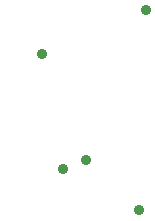
<source format=gtp>
G04 Layer_Color=8421504*
%FSLAX25Y25*%
%MOIN*%
G70*
G01*
G75*
%ADD10R,0.00492X0.00492*%
%ADD11C,0.03543*%
D10*
X126132Y46570D02*
D03*
X124132D02*
D03*
D11*
X151476Y21260D02*
D03*
X136614Y56595D02*
D03*
X171260Y71161D02*
D03*
X143701Y18110D02*
D03*
X168996Y4429D02*
D03*
M02*

</source>
